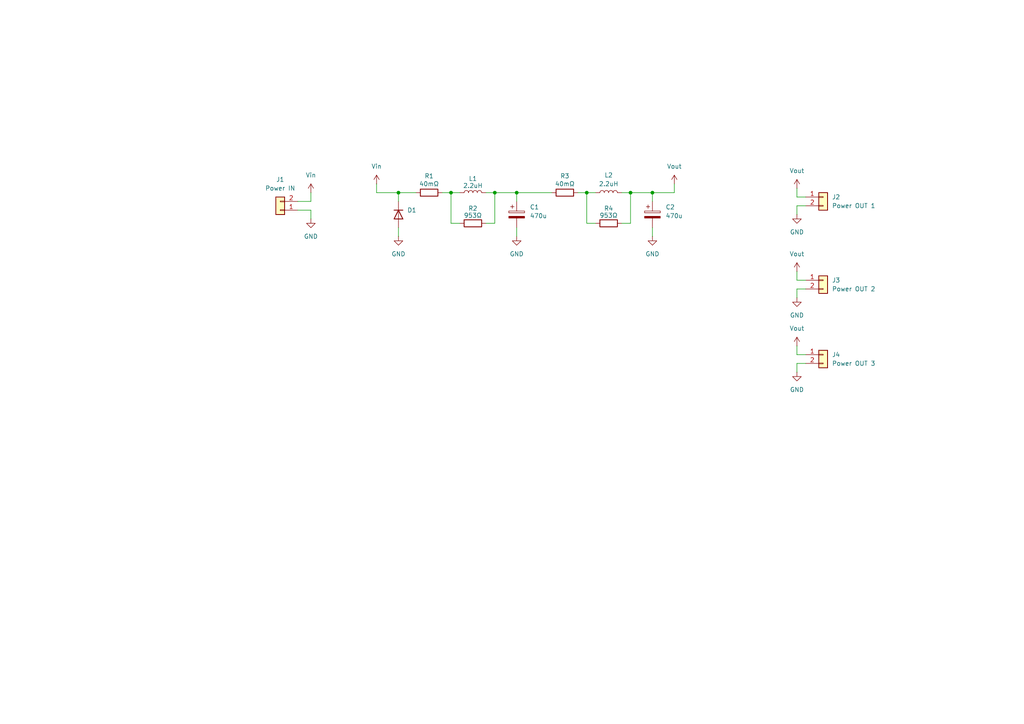
<source format=kicad_sch>
(kicad_sch (version 20250114) (generator "eeschema") (generator_version "9.0")
  (paper "A4")
  (lib_symbols
    (symbol "Connector_Generic:Conn_01x02" (pin_names (offset 1.016) (hide yes))
      (property "Reference" "J" (at 0 2.54 0))
      (property "Value" "Conn_01x02" (at 0 -5.08 0))
      (symbol "Conn_01x02_1_1"
        (rectangle (start -1.27 1.27) (end 1.27 -3.81) (stroke (width 0.254)) (fill (type background)))
        (rectangle (start -1.27 0.127) (end 0 -0.127) (stroke (width 0.1524)))
        (rectangle (start -1.27 -2.413) (end 0 -2.667) (stroke (width 0.1524)))
        (pin passive line (at -5.08 0 0) (length 3.81) (name "Pin_1") (number "1"))
        (pin passive line (at -5.08 -2.54 0) (length 3.81) (name "Pin_2") (number "2"))
      )
    )
    (symbol "Device:C_Polarized" (pin_numbers (hide yes)) (pin_names (offset 0.254))
      (property "Reference" "C" (at 0.635 2.54 0))
      (property "Value" "C_Polarized" (at 0.635 -2.54 0))
      (symbol "C_Polarized_0_1"
        (rectangle (start -2.286 0.508) (end 2.286 1.016))
        (polyline (pts (xy -1.778 2.286) (xy -0.762 2.286)))
        (polyline (pts (xy -1.27 2.794) (xy -1.27 1.778)))
        (rectangle (start 2.286 -0.508) (end -2.286 -1.016) (fill (type outline)))
      )
      (symbol "C_Polarized_1_1"
        (pin passive line (at 0 3.81 270) (length 2.794) (name "~") (number "1"))
        (pin passive line (at 0 -3.81 90) (length 2.794) (name "~") (number "2"))
      )
    )
    (symbol "Device:D" (pin_numbers (hide yes)) (pin_names (offset 1.016) (hide yes))
      (property "Reference" "D" (at 0 2.54 0))
      (property "Value" "D" (at 0 -2.54 0))
      (symbol "D_0_1"
        (polyline (pts (xy -1.27 1.27) (xy -1.27 -1.27)) (stroke (width 0.254)))
        (polyline (pts (xy 1.27 1.27) (xy 1.27 -1.27) (xy -1.27 0) (xy 1.27 1.27)) (stroke (width 0.254)))
        (polyline (pts (xy 1.27 0) (xy -1.27 0)))
      )
      (symbol "D_1_1"
        (pin passive line (at -3.81 0 0) (length 2.54) (name "K") (number "1"))
        (pin passive line (at 3.81 0 180) (length 2.54) (name "A") (number "2"))
      )
    )
    (symbol "Device:L" (pin_numbers (hide yes)) (pin_names (offset 1.016) (hide yes))
      (property "Reference" "L" (at -1.27 0 90))
      (property "Value" "L" (at 1.905 0 90))
      (symbol "L_0_1"
        (arc (start 0 2.54) (mid 0.6323 1.905) (end 0 1.27))
        (arc (start 0 1.27) (mid 0.6323 0.635) (end 0 0))
        (arc (start 0 0) (mid 0.6323 -0.635) (end 0 -1.27))
        (arc (start 0 -1.27) (mid 0.6323 -1.905) (end 0 -2.54))
      )
      (symbol "L_1_1"
        (pin passive line (at 0 3.81 270) (length 1.27) (name "1") (number "1"))
        (pin passive line (at 0 -3.81 90) (length 1.27) (name "2") (number "2"))
      )
    )
    (symbol "Device:R" (pin_numbers (hide yes)) (pin_names (offset 0))
      (property "Reference" "R" (at 2.032 0 90))
      (property "Value" "R" (at 0 0 90))
      (symbol "R_0_1"
        (rectangle (start -1.016 -2.54) (end 1.016 2.54) (stroke (width 0.254)))
      )
      (symbol "R_1_1"
        (pin passive line (at 0 3.81 270) (length 1.27) (name "~") (number "1"))
        (pin passive line (at 0 -3.81 90) (length 1.27) (name "~") (number "2"))
      )
    )
    (symbol "power:GND" (power) (pin_numbers (hide yes)) (pin_names (offset 0) (hide yes))
      (property "Value" "GND" (at 0 -3.81 0))
      (symbol "GND_0_1"
        (polyline (pts (xy 0 0) (xy 0 -1.27) (xy 1.27 -1.27) (xy 0 -2.54) (xy -1.27 -1.27) (xy 0 -1.27)))
      )
      (symbol "GND_1_1"
        (pin power_in line (at 0 0 270) (length 0) (name "~") (number "1"))
      )
    )
    (symbol "power:VCC" (power) (pin_numbers (hide yes)) (pin_names (offset 0) (hide yes))
      (property "Value" "VCC" (at 0 3.556 0))
      (symbol "VCC_0_1"
        (polyline (pts (xy -0.762 1.27) (xy 0 2.54)))
        (polyline (pts (xy 0 2.54) (xy 0.762 1.27)))
        (polyline (pts (xy 0 0) (xy 0 2.54)))
      )
      (symbol "VCC_1_1"
        (pin power_in line (at 0 0 90) (length 0) (name "~") (number "1"))
      )
    )
  )
  (junction (at 182.88 55.88))
  (junction (at 149.86 55.88))
  (junction (at 170.18 55.88))
  (junction (at 143.51 55.88))
  (junction (at 115.57 55.88))
  (junction (at 189.23 55.88))
  (junction (at 130.81 55.88))
  (wire (pts (xy 182.88 64.77) (xy 182.88 55.88)))
  (wire (pts (xy 149.86 55.88) (xy 160.02 55.88)))
  (wire (pts (xy 140.97 64.77) (xy 143.51 64.77)))
  (wire (pts (xy 231.14 57.15) (xy 231.14 54.61)))
  (wire (pts (xy 189.23 58.42) (xy 189.23 55.88)))
  (wire (pts (xy 170.18 55.88) (xy 172.72 55.88)))
  (wire (pts (xy 231.14 102.87) (xy 231.14 100.33)))
  (wire (pts (xy 128.27 55.88) (xy 130.81 55.88)))
  (wire (pts (xy 149.86 58.42) (xy 149.86 55.88)))
  (wire (pts (xy 109.22 55.88) (xy 109.22 53.34)))
  (wire (pts (xy 133.35 55.88) (xy 130.81 55.88)))
  (wire (pts (xy 231.14 107.95) (xy 231.14 105.41)))
  (wire (pts (xy 90.17 58.42) (xy 90.17 55.88)))
  (wire (pts (xy 170.18 64.77) (xy 170.18 55.88)))
  (wire (pts (xy 231.14 83.82) (xy 233.68 83.82)))
  (wire (pts (xy 115.57 55.88) (xy 115.57 58.42)))
  (wire (pts (xy 172.72 64.77) (xy 170.18 64.77)))
  (wire (pts (xy 149.86 66.04) (xy 149.86 68.58)))
  (wire (pts (xy 233.68 81.28) (xy 231.14 81.28)))
  (wire (pts (xy 167.64 55.88) (xy 170.18 55.88)))
  (wire (pts (xy 231.14 86.36) (xy 231.14 83.82)))
  (wire (pts (xy 231.14 59.69) (xy 233.68 59.69)))
  (wire (pts (xy 130.81 55.88) (xy 130.81 64.77)))
  (wire (pts (xy 189.23 55.88) (xy 182.88 55.88)))
  (wire (pts (xy 189.23 66.04) (xy 189.23 68.58)))
  (wire (pts (xy 115.57 66.04) (xy 115.57 68.58)))
  (wire (pts (xy 86.36 60.96) (xy 90.17 60.96)))
  (wire (pts (xy 90.17 60.96) (xy 90.17 63.5)))
  (wire (pts (xy 233.68 102.87) (xy 231.14 102.87)))
  (wire (pts (xy 180.34 64.77) (xy 182.88 64.77)))
  (wire (pts (xy 143.51 64.77) (xy 143.51 55.88)))
  (wire (pts (xy 231.14 81.28) (xy 231.14 78.74)))
  (wire (pts (xy 233.68 57.15) (xy 231.14 57.15)))
  (wire (pts (xy 231.14 105.41) (xy 233.68 105.41)))
  (wire (pts (xy 130.81 64.77) (xy 133.35 64.77)))
  (wire (pts (xy 180.34 55.88) (xy 182.88 55.88)))
  (wire (pts (xy 120.65 55.88) (xy 115.57 55.88)))
  (wire (pts (xy 140.97 55.88) (xy 143.51 55.88)))
  (wire (pts (xy 195.58 53.34) (xy 195.58 55.88)))
  (wire (pts (xy 115.57 55.88) (xy 109.22 55.88)))
  (wire (pts (xy 149.86 55.88) (xy 143.51 55.88)))
  (wire (pts (xy 86.36 58.42) (xy 90.17 58.42)))
  (wire (pts (xy 195.58 55.88) (xy 189.23 55.88)))
  (wire (pts (xy 231.14 62.23) (xy 231.14 59.69)))
  (symbol (lib_id "Device:L") (at 176.53 55.88 90) (unit 1)
    (property "Reference" "L2" (at 176.53 50.8 90))
    (property "Value" "2.2uH" (at 176.53 53.34 90))
    (property "Footprint" "Inductor_SMD:L_10.4x10.4_H4.8" (effects (hide yes)))
    (property "Description" "Inductor" (effects (hide yes)))
  )
  (symbol (lib_id "power:VCC") (at 231.14 54.61 0) (unit 1)
    (property "Reference" "#PWR08" (effects (hide yes)))
    (property "Value" "Vout" (at 231.14 49.53 0))
    (property "Description" "Power symbol creates a global label with name \"VCC\"" (effects (hide yes)))
  )
  (symbol (lib_id "Device:L") (at 137.16 55.88 90) (unit 1)
    (property "Reference" "L1" (at 137.16 51.816 90))
    (property "Value" "2.2uH" (at 137.16 53.848 90))
    (property "Footprint" "Inductor_SMD:L_10.4x10.4_H4.8" (effects (hide yes)))
    (property "Description" "Inductor" (effects (hide yes)))
  )
  (symbol (lib_id "Device:C_Polarized") (at 189.23 62.23 0) (unit 1)
    (property "Reference" "C2" (at 193.04 60.0709 0) (effects (justify left)))
    (property "Value" "470u" (at 193.04 62.6109 0) (effects (justify left)))
    (property "Footprint" "Capacitor_SMD:CP_Elec_10x10.5" (effects (hide yes)))
    (property "Description" "Polarized capacitor" (effects (hide yes)))
  )
  (symbol (lib_id "Device:R") (at 124.46 55.88 90) (unit 1)
    (property "Reference" "R1" (at 124.46 51.054 90))
    (property "Value" "40mΩ" (at 124.46 53.34 90))
    (property "Footprint" "Resistor_SMD:R_2512_6332Metric_Pad1.40x3.35mm_HandSolder" (effects (hide yes)))
    (property "Description" "Resistor" (effects (hide yes)))
  )
  (symbol (lib_id "power:GND") (at 149.86 68.58 0) (unit 1)
    (property "Reference" "#PWR03" (effects (hide yes)))
    (property "Value" "GND" (at 149.86 73.66 0))
    (property "Description" "Power symbol creates a global label with name \"GND\" , ground" (effects (hide yes)))
  )
  (symbol (lib_id "power:GND") (at 231.14 107.95 0) (unit 1)
    (property "Reference" "#PWR013" (effects (hide yes)))
    (property "Value" "GND" (at 231.14 113.03 0))
    (property "Description" "Power symbol creates a global label with name \"GND\" , ground" (effects (hide yes)))
  )
  (symbol (lib_id "Device:R") (at 176.53 64.77 90) (unit 1)
    (property "Reference" "R4" (at 176.53 60.452 90))
    (property "Value" "953Ω" (at 176.53 62.484 90))
    (property "Footprint" "Resistor_SMD:R_2512_6332Metric_Pad1.40x3.35mm_HandSolder" (effects (hide yes)))
    (property "Description" "Resistor" (effects (hide yes)))
  )
  (symbol (lib_id "Device:R") (at 163.83 55.88 90) (unit 1)
    (property "Reference" "R3" (at 163.83 51.054 90))
    (property "Value" "40mΩ" (at 163.83 53.34 90))
    (property "Footprint" "Resistor_SMD:R_2512_6332Metric_Pad1.40x3.35mm_HandSolder" (effects (hide yes)))
    (property "Description" "Resistor" (effects (hide yes)))
  )
  (symbol (lib_id "power:VCC") (at 231.14 100.33 0) (unit 1)
    (property "Reference" "#PWR012" (effects (hide yes)))
    (property "Value" "Vout" (at 231.14 95.25 0))
    (property "Description" "Power symbol creates a global label with name \"VCC\"" (effects (hide yes)))
  )
  (symbol (lib_id "power:GND") (at 90.17 63.5 0) (unit 1)
    (property "Reference" "#PWR07" (effects (hide yes)))
    (property "Value" "GND" (at 90.17 68.58 0))
    (property "Description" "Power symbol creates a global label with name \"GND\" , ground" (effects (hide yes)))
  )
  (symbol (lib_id "power:GND") (at 115.57 68.58 0) (unit 1)
    (property "Reference" "#PWR02" (effects (hide yes)))
    (property "Value" "GND" (at 115.57 73.66 0))
    (property "Description" "Power symbol creates a global label with name \"GND\" , ground" (effects (hide yes)))
  )
  (symbol (lib_id "Connector_Generic:Conn_01x02") (at 81.28 60.96 180) (unit 1)
    (property "Reference" "J1" (at 81.28 52.07 0))
    (property "Value" "Power IN" (at 81.28 54.61 0))
    (property "Footprint" "TerminalBlock_MetzConnect:TerminalBlock_MetzConnect_Type171_RT13702HBWC_1x02_P7.50mm_Horizontal" (effects (hide yes)))
    (property "Description" "Generic connector, single row, 01x02, script generated (kicad-library-utils/schlib/autogen/connector/)" (effects (hide yes)))
  )
  (symbol (lib_id "power:VCC") (at 90.17 55.88 0) (unit 1)
    (property "Reference" "#PWR06" (effects (hide yes)))
    (property "Value" "Vin" (at 90.17 50.8 0))
    (property "Description" "Power symbol creates a global label with name \"VCC\"" (effects (hide yes)))
  )
  (symbol (lib_id "power:GND") (at 189.23 68.58 0) (unit 1)
    (property "Reference" "#PWR04" (effects (hide yes)))
    (property "Value" "GND" (at 189.23 73.66 0))
    (property "Description" "Power symbol creates a global label with name \"GND\" , ground" (effects (hide yes)))
  )
  (symbol (lib_id "power:VCC") (at 231.14 78.74 0) (unit 1)
    (property "Reference" "#PWR011" (effects (hide yes)))
    (property "Value" "Vout" (at 231.14 73.66 0))
    (property "Description" "Power symbol creates a global label with name \"VCC\"" (effects (hide yes)))
  )
  (symbol (lib_id "Device:C_Polarized") (at 149.86 62.23 0) (unit 1)
    (property "Reference" "C1" (at 153.67 60.0709 0) (effects (justify left)))
    (property "Value" "470u" (at 153.67 62.6109 0) (effects (justify left)))
    (property "Footprint" "Capacitor_SMD:CP_Elec_10x10.5" (effects (hide yes)))
    (property "Description" "Polarized capacitor" (effects (hide yes)))
  )
  (symbol (lib_id "Device:R") (at 137.16 64.77 90) (unit 1)
    (property "Reference" "R2" (at 137.16 60.452 90))
    (property "Value" "953Ω" (at 137.16 62.484 90))
    (property "Footprint" "Resistor_SMD:R_2512_6332Metric_Pad1.40x3.35mm_HandSolder" (effects (hide yes)))
    (property "Description" "Resistor" (effects (hide yes)))
  )
  (symbol (lib_id "Connector_Generic:Conn_01x02") (at 238.76 81.28 0) (unit 1)
    (property "Reference" "J3" (at 241.3 81.2799 0) (effects (justify left)))
    (property "Value" "Power OUT 2" (at 241.3 83.8199 0) (effects (justify left)))
    (property "Footprint" "Connector_JST:JST_XH_B2B-XH-A_1x02_P2.50mm_Vertical" (effects (hide yes)))
    (property "Description" "Generic connector, single row, 01x02, script generated (kicad-library-utils/schlib/autogen/connector/)" (effects (hide yes)))
  )
  (symbol (lib_id "power:GND") (at 231.14 86.36 0) (unit 1)
    (property "Reference" "#PWR010" (effects (hide yes)))
    (property "Value" "GND" (at 231.14 91.44 0))
    (property "Description" "Power symbol creates a global label with name \"GND\" , ground" (effects (hide yes)))
  )
  (symbol (lib_id "Connector_Generic:Conn_01x02") (at 238.76 102.87 0) (unit 1)
    (property "Reference" "J4" (at 241.3 102.8699 0) (effects (justify left)))
    (property "Value" "Power OUT 3" (at 241.3 105.4099 0) (effects (justify left)))
    (property "Footprint" "Connector_JST:JST_XH_B2B-XH-A_1x02_P2.50mm_Vertical" (effects (hide yes)))
    (property "Description" "Generic connector, single row, 01x02, script generated (kicad-library-utils/schlib/autogen/connector/)" (effects (hide yes)))
  )
  (symbol (lib_id "power:VCC") (at 195.58 53.34 0) (unit 1)
    (property "Reference" "#PWR05" (effects (hide yes)))
    (property "Value" "Vout" (at 195.58 48.26 0))
    (property "Description" "Power symbol creates a global label with name \"VCC\"" (effects (hide yes)))
  )
  (symbol (lib_id "power:GND") (at 231.14 62.23 0) (unit 1)
    (property "Reference" "#PWR09" (effects (hide yes)))
    (property "Value" "GND" (at 231.14 67.31 0))
    (property "Description" "Power symbol creates a global label with name \"GND\" , ground" (effects (hide yes)))
  )
  (symbol (lib_id "power:VCC") (at 109.22 53.34 0) (unit 1)
    (property "Reference" "#PWR01" (effects (hide yes)))
    (property "Value" "Vin" (at 109.22 48.26 0))
    (property "Description" "Power symbol creates a global label with name \"VCC\"" (effects (hide yes)))
  )
  (symbol (lib_id "Device:D") (at 115.57 62.23 270) (unit 1)
    (property "Reference" "D1" (at 118.11 60.9599 90) (effects (justify left)))
    (property "Value" "P6SMB68A" (effects (hide yes)))
    (property "Footprint" "Diode_SMD:D_SMP_DO-220AA" (effects (hide yes)))
    (property "Description" "Diode" (effects (hide yes)))
    (property "Sim.Device" "D" (effects (hide yes)))
    (property "Sim.Pins" "1=K 2=A" (effects (hide yes)))
  )
  (symbol (lib_id "Connector_Generic:Conn_01x02") (at 238.76 57.15 0) (unit 1)
    (property "Reference" "J2" (at 241.3 57.1499 0) (effects (justify left)))
    (property "Value" "Power OUT 1" (at 241.3 59.6899 0) (effects (justify left)))
    (property "Footprint" "TerminalBlock_MetzConnect:TerminalBlock_MetzConnect_Type171_RT13702HBWC_1x02_P7.50mm_Horizontal" (effects (hide yes)))
    (property "Description" "Generic connector, single row, 01x02, script generated (kicad-library-utils/schlib/autogen/connector/)" (effects (hide yes)))
  )
)
</source>
